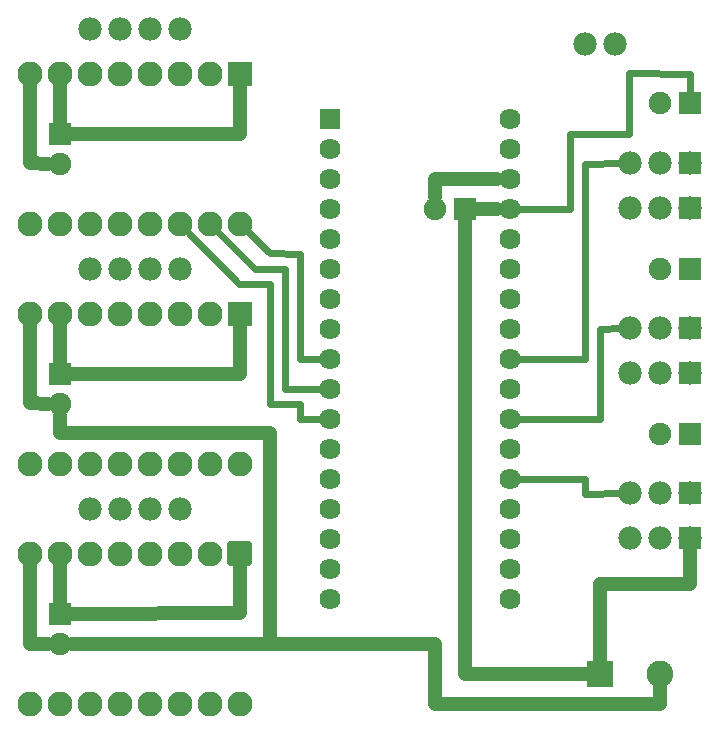
<source format=gbl>
G04 MADE WITH FRITZING*
G04 WWW.FRITZING.ORG*
G04 DOUBLE SIDED*
G04 HOLES PLATED*
G04 CONTOUR ON CENTER OF CONTOUR VECTOR*
%ASAXBY*%
%FSLAX23Y23*%
%MOIN*%
%OFA0B0*%
%SFA1.0B1.0*%
%ADD10C,0.075000*%
%ADD11C,0.083307*%
%ADD12C,0.089213*%
%ADD13C,0.078000*%
%ADD14C,0.070555*%
%ADD15C,0.070583*%
%ADD16R,0.075000X0.075000*%
%ADD17R,0.083307X0.083307*%
%ADD18R,0.089213X0.089213*%
%ADD19R,0.070570X0.070542*%
%ADD20R,0.078000X0.078000*%
%ADD21C,0.024000*%
%ADD22C,0.048000*%
%ADD23C,0.020000*%
%LNCOPPER0*%
G90*
G70*
G54D10*
X1719Y2002D03*
X1619Y2002D03*
X369Y652D03*
X369Y552D03*
X369Y1452D03*
X369Y1352D03*
X369Y2252D03*
X369Y2152D03*
X2469Y1252D03*
X2369Y1252D03*
X2469Y1802D03*
X2369Y1802D03*
X2471Y2354D03*
X2371Y2354D03*
G54D11*
X969Y852D03*
X969Y352D03*
X869Y852D03*
X869Y352D03*
X769Y852D03*
X769Y352D03*
X669Y852D03*
X669Y352D03*
X569Y852D03*
X569Y352D03*
X469Y852D03*
X469Y352D03*
X369Y852D03*
X369Y352D03*
X269Y852D03*
X269Y352D03*
X969Y1652D03*
X969Y1152D03*
X869Y1652D03*
X869Y1152D03*
X769Y1652D03*
X769Y1152D03*
X669Y1652D03*
X669Y1152D03*
X569Y1652D03*
X569Y1152D03*
X469Y1652D03*
X469Y1152D03*
X369Y1652D03*
X369Y1152D03*
X269Y1652D03*
X269Y1152D03*
X969Y2452D03*
X969Y1952D03*
X869Y2452D03*
X869Y1952D03*
X769Y2452D03*
X769Y1952D03*
X669Y2452D03*
X669Y1952D03*
X569Y2452D03*
X569Y1952D03*
X469Y2452D03*
X469Y1952D03*
X369Y2452D03*
X369Y1952D03*
X269Y2452D03*
X269Y1952D03*
G54D12*
X2169Y452D03*
X2369Y452D03*
G54D13*
X2219Y2552D03*
X2119Y2552D03*
G54D14*
X1269Y2302D03*
X1269Y2202D03*
X1269Y2102D03*
X1269Y2002D03*
X1269Y1902D03*
X1269Y1802D03*
X1269Y1702D03*
X1269Y1602D03*
X1269Y1502D03*
G54D15*
X1269Y1402D03*
X1269Y1302D03*
X1269Y1202D03*
G54D14*
X1269Y1102D03*
X1269Y1002D03*
G54D15*
X1269Y902D03*
X1269Y802D03*
X1269Y702D03*
G54D14*
X1869Y2302D03*
X1869Y2202D03*
X1869Y2102D03*
X1869Y2002D03*
X1869Y1902D03*
X1869Y1802D03*
X1869Y1502D03*
G54D15*
X1869Y1402D03*
G54D14*
X1869Y1602D03*
X1869Y1702D03*
G54D15*
X1869Y1302D03*
X1869Y1202D03*
G54D14*
X1869Y1102D03*
X1869Y1002D03*
G54D15*
X1869Y902D03*
X1869Y802D03*
X1869Y702D03*
G54D13*
X2471Y1454D03*
X2371Y1454D03*
X2271Y1454D03*
X2471Y904D03*
X2371Y904D03*
X2271Y904D03*
X2471Y1054D03*
X2371Y1054D03*
X2271Y1054D03*
X2471Y1604D03*
X2371Y1604D03*
X2271Y1604D03*
X2471Y2004D03*
X2371Y2004D03*
X2271Y2004D03*
X2471Y2154D03*
X2371Y2154D03*
X2271Y2154D03*
X769Y2602D03*
X669Y2602D03*
X569Y2602D03*
X469Y2602D03*
X769Y1802D03*
X669Y1802D03*
X569Y1802D03*
X469Y1802D03*
X769Y1002D03*
X669Y1002D03*
X569Y1002D03*
X469Y1002D03*
G54D16*
X1719Y2002D03*
X369Y652D03*
X369Y1452D03*
X369Y2252D03*
X2469Y1252D03*
X2469Y1802D03*
X2471Y2354D03*
G54D17*
X969Y1652D03*
X969Y2452D03*
G54D18*
X2169Y452D03*
G54D19*
X1269Y2302D03*
G54D20*
X2471Y1454D03*
X2471Y904D03*
X2471Y1054D03*
X2471Y1604D03*
X2471Y2004D03*
X2471Y2154D03*
G54D21*
X2268Y2454D02*
X2268Y2253D01*
D02*
X2268Y2253D02*
X2070Y2253D01*
D02*
X2470Y2453D02*
X2268Y2454D01*
D02*
X2070Y2253D02*
X2069Y2003D01*
D02*
X2471Y2383D02*
X2470Y2453D01*
D02*
X2069Y2003D02*
X1899Y2002D01*
D02*
X2119Y2153D02*
X2241Y2154D01*
D02*
X2120Y1501D02*
X2119Y2153D01*
D02*
X1899Y1502D02*
X2120Y1501D01*
D02*
X2241Y1604D02*
X2169Y1603D01*
D02*
X2169Y1603D02*
X2171Y1303D01*
D02*
X2171Y1303D02*
X1899Y1302D01*
D02*
X2119Y1052D02*
X2120Y1101D01*
D02*
X2120Y1101D02*
X1899Y1102D01*
D02*
X2241Y1054D02*
X2119Y1052D01*
G54D22*
D02*
X369Y1609D02*
X369Y1492D01*
D02*
X369Y809D02*
X369Y692D01*
D02*
X369Y2409D02*
X369Y2292D01*
D02*
X269Y1609D02*
X270Y1354D01*
D02*
X270Y1354D02*
X330Y1353D01*
D02*
X270Y2155D02*
X330Y2153D01*
D02*
X269Y2409D02*
X270Y2155D01*
D02*
X270Y553D02*
X330Y553D01*
D02*
X269Y809D02*
X270Y553D01*
D02*
X2171Y751D02*
X2170Y499D01*
D02*
X2470Y751D02*
X2171Y751D01*
D02*
X2471Y863D02*
X2470Y751D01*
D02*
X1071Y553D02*
X1621Y553D01*
D02*
X1621Y352D02*
X2369Y351D01*
D02*
X1621Y553D02*
X1621Y352D01*
D02*
X409Y552D02*
X1071Y553D01*
D02*
X1071Y1254D02*
X371Y1254D01*
D02*
X371Y1254D02*
X370Y1313D01*
D02*
X1071Y553D02*
X1071Y1254D01*
D02*
X2369Y351D02*
X2369Y406D01*
D02*
X969Y2251D02*
X409Y2252D01*
D02*
X969Y2409D02*
X969Y2251D01*
D02*
X969Y1451D02*
X969Y1609D01*
D02*
X409Y1452D02*
X969Y1451D01*
D02*
X409Y653D02*
X969Y654D01*
D02*
X969Y654D02*
X969Y809D01*
D02*
X1828Y2002D02*
X1759Y2002D01*
D02*
X1620Y2103D02*
X1619Y2042D01*
D02*
X1828Y2102D02*
X1620Y2103D01*
D02*
X1720Y453D02*
X1719Y1963D01*
D02*
X2123Y452D02*
X1720Y453D01*
G54D21*
D02*
X1070Y1854D02*
X1170Y1852D01*
D02*
X1170Y1852D02*
X1170Y1502D01*
D02*
X993Y1929D02*
X1070Y1854D01*
D02*
X1170Y1502D02*
X1240Y1502D01*
D02*
X1019Y1803D02*
X1120Y1802D01*
D02*
X1120Y1802D02*
X1120Y1402D01*
D02*
X892Y1929D02*
X1019Y1803D01*
D02*
X1120Y1402D02*
X1240Y1402D01*
D02*
X968Y1751D02*
X792Y1929D01*
D02*
X1070Y1752D02*
X968Y1751D01*
D02*
X1071Y1353D02*
X1070Y1752D01*
D02*
X1170Y1353D02*
X1071Y1353D01*
D02*
X1170Y1302D02*
X1170Y1353D01*
D02*
X1240Y1302D02*
X1170Y1302D01*
G54D23*
X1001Y821D02*
X938Y821D01*
X938Y884D01*
X1001Y884D01*
X1001Y821D01*
D02*
G04 End of Copper0*
M02*
</source>
